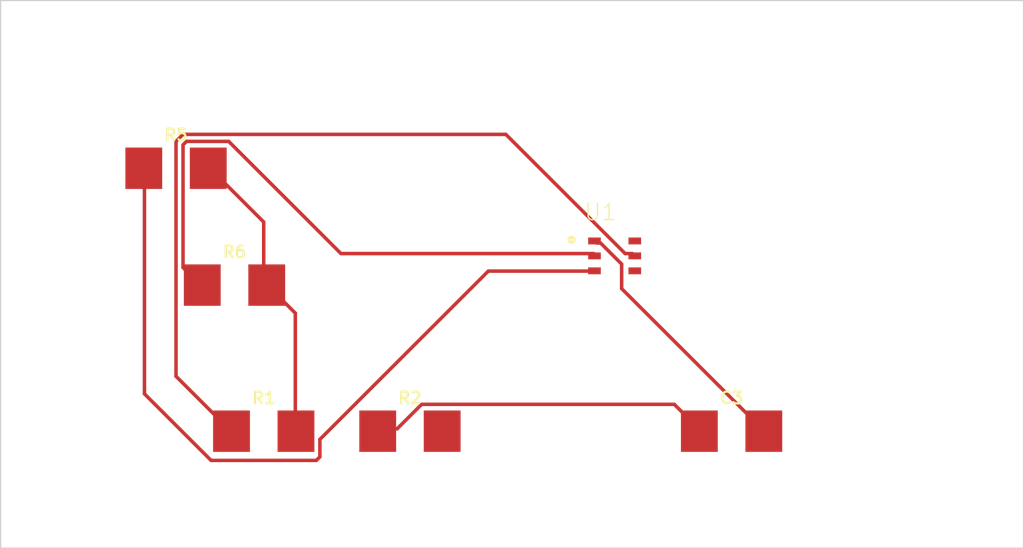
<source format=kicad_pcb>
(kicad_pcb (version 20240108) (generator "pcbnew") (generator_version "8.0")
  (layers (0 "F.Cu" signal) (31 "B.Cu" signal) (34 "B.Paste" user) (35 "F.Paste" user) (36 "B.SilkS" user "B.Silkscreen") (37 "F.SilkS" user "F.Silkscreen") (38 "B.Mask" user) (39 "F.Mask" user) (44 "Edge.Cuts" user))
  (net 0 "")
  (net 1 "GND")
  (net 2 "GPIO_INTERRUPT")
  (net 3 "I2C_DATA_SDA")
  (net 4 "VCC")
  (net 5 "VDD")
  (net 6 "I2C_RELOJ_SCL")
  (net 7 "N$2")
  (net 8 "N$1")
  (footprint "VEML6030:1206" (layer "F.Cu") (at 133.9061 100.3936)
    (property "Reference" "R5" (at 0 -1.143 0) (layer "F.SilkS") (effects (font (size 0.512064 0.512064) (thickness 0.097536)) (justify bottom)))
    (property "Value" "10k")
    (pad "1" smd rect (at -1.4 0) (size 1.6 1.8) (layers "F.Cu" "F.Paste" "F.Mask") (net 2 "GPIO_INTERRUPT"))
    (pad "2" smd rect (at 1.4 0) (size 1.6 1.8) (layers "F.Cu" "F.Paste" "F.Mask") (net 4 "VCC"))
  )
  (footprint "VEML6030:1206" (layer "F.Cu") (at 136.4461 105.4736)
    (property "Reference" "R6" (at 0 -1.143 0) (layer "F.SilkS") (effects (font (size 0.512064 0.512064) (thickness 0.097536)) (justify bottom)))
    (property "Value" "2.2k")
    (pad "1" smd rect (at -1.4 0) (size 1.6 1.8) (layers "F.Cu" "F.Paste" "F.Mask") (net 3 "I2C_DATA_SDA"))
    (pad "2" smd rect (at 1.4 0) (size 1.6 1.8) (layers "F.Cu" "F.Paste" "F.Mask") (net 4 "VCC"))
  )
  (footprint "VEML6030:1206" (layer "F.Cu") (at 144.0661 111.8236)
    (property "Reference" "R2" (at 0 -1.143 0) (layer "F.SilkS") (effects (font (size 0.512064 0.512064) (thickness 0.097536)) (justify bottom)))
    (property "Value" "10R")
    (pad "1" smd rect (at -1.4 0) (size 1.6 1.8) (layers "F.Cu" "F.Paste" "F.Mask") (net 5 "VDD"))
    (pad "2" smd rect (at 1.4 0) (size 1.6 1.8) (layers "F.Cu" "F.Paste" "F.Mask") (net 8 "N$1"))
  )
  (footprint "VEML6030:VISHAY_VEML6030_2X2X0.87" (layer "F.Cu") (at 152.9561 104.2036)
    (property "Reference" "U1" (at -1.355619 -1.488881 0) (layer "F.SilkS") (effects (font (size 0.707283 0.707283) (thickness 0.056192)) (justify left bottom)))
    (property "Value" "VEML6030")
    (fp_circle (center -1.87 -0.699) (end -1.82 -0.699) (stroke (width 0.127)) (fill none) (layer "F.SilkS"))
    (pad "1" smd rect (at -0.875 -0.65) (size 0.55 0.3) (layers "F.Cu" "F.Paste" "F.Mask") (net 1 "GND"))
    (pad "2" smd rect (at -0.875 0) (size 0.55 0.3) (layers "F.Cu" "F.Paste" "F.Mask") (net 3 "I2C_DATA_SDA"))
    (pad "3" smd rect (at -0.875 0.65) (size 0.55 0.3) (layers "F.Cu" "F.Paste" "F.Mask") (net 2 "GPIO_INTERRUPT"))
    (pad "4" smd rect (at 0.875 0.65) (size 0.55 0.3) (layers "F.Cu" "F.Paste" "F.Mask"))
    (pad "5" smd rect (at 0.875 0) (size 0.55 0.3) (layers "F.Cu" "F.Paste" "F.Mask") (net 6 "I2C_RELOJ_SCL"))
    (pad "6" smd rect (at 0.875 -0.65) (size 0.55 0.3) (layers "F.Cu" "F.Paste" "F.Mask") (net 7 "N$2"))
  )
  (footprint "VEML6030:1206" (layer "F.Cu") (at 158.0361 111.8236)
    (property "Reference" "C3" (at 0 -1.143 0) (layer "F.SilkS") (effects (font (size 0.512064 0.512064) (thickness 0.097536)) (justify bottom)))
    (property "Value" "")
    (pad "1" smd rect (at -1.4 0) (size 1.6 1.8) (layers "F.Cu" "F.Paste" "F.Mask") (net 5 "VDD"))
    (pad "2" smd rect (at 1.4 0) (size 1.6 1.8) (layers "F.Cu" "F.Paste" "F.Mask") (net 1 "GND"))
  )
  (footprint "VEML6030:1206" (layer "F.Cu") (at 137.7161 111.8236)
    (property "Reference" "R1" (at 0 -1.143 0) (layer "F.SilkS") (effects (font (size 0.512064 0.512064) (thickness 0.097536)) (justify bottom)))
    (property "Value" "2.2k")
    (pad "1" smd rect (at -1.4 0) (size 1.6 1.8) (layers "F.Cu" "F.Paste" "F.Mask") (net 6 "I2C_RELOJ_SCL"))
    (pad "2" smd rect (at 1.4 0) (size 1.6 1.8) (layers "F.Cu" "F.Paste" "F.Mask") (net 4 "VCC"))
  )
  (gr_line (start 170.7161 116.9036) (end 170.7161 93.1036) (stroke (width 0.05)) (layer "Edge.Cuts"))
  (gr_line (start 126.2861 93.1036) (end 126.2861 116.9036) (stroke (width 0.05)) (layer "Edge.Cuts"))
  (gr_line (start 126.2861 116.9036) (end 170.7161 116.9036) (stroke (width 0.05)) (layer "Edge.Cuts"))
  (gr_line (start 170.7161 93.1036) (end 126.2861 93.1036) (stroke (width 0.05)) (layer "Edge.Cuts"))
  (segment (start 159.3569 111.722) (end 153.2609 105.626) (width 0.1524) (layer "F.Cu") (net 1))
  (segment (start 159.3569 111.722) (end 159.4361 111.8236) (width 0.1524) (layer "F.Cu") (net 1))
  (segment (start 153.2609 105.626) (end 153.2609 104.5592) (width 0.1524) (layer "F.Cu") (net 1))
  (segment (start 153.2609 104.5592) (end 152.3465 103.6448) (width 0.1524) (layer "F.Cu") (net 1))
  (segment (start 152.1941 103.6448) (end 152.0811 103.5536) (width 0.1524) (layer "F.Cu") (net 1))
  (segment (start 152.3465 103.6448) (end 152.1941 103.6448) (width 0.1524) (layer "F.Cu") (net 1))
  (segment (start 135.4301 113.0936) (end 140.0021 113.0936) (width 0.1524) (layer "F.Cu") (net 2))
  (segment (start 132.5345 100.4444) (end 132.5061 100.3936) (width 0.1524) (layer "F.Cu") (net 2))
  (segment (start 132.5345 110.198) (end 135.4301 113.0936) (width 0.1524) (layer "F.Cu") (net 2))
  (segment (start 147.4697 104.864) (end 152.0417 104.864) (width 0.1524) (layer "F.Cu") (net 2))
  (segment (start 140.0021 113.0936) (end 140.1545 112.9412) (width 0.1524) (layer "F.Cu") (net 2))
  (segment (start 152.0417 104.864) (end 152.0811 104.8536) (width 0.1524) (layer "F.Cu") (net 2))
  (segment (start 132.5345 100.4444) (end 132.5345 110.198) (width 0.1524) (layer "F.Cu") (net 2))
  (segment (start 140.1545 112.1792) (end 147.4697 104.864) (width 0.1524) (layer "F.Cu") (net 2))
  (segment (start 140.1545 112.9412) (end 140.1545 112.1792) (width 0.1524) (layer "F.Cu") (net 2))
  (segment (start 134.9729 105.4736) (end 134.2109 104.7116) (width 0.1524) (layer "F.Cu") (net 3))
  (segment (start 134.2109 104.7116) (end 134.2109 99.3776) (width 0.1524) (layer "F.Cu") (net 3))
  (segment (start 141.0689 104.102) (end 152.0417 104.102) (width 0.1524) (layer "F.Cu") (net 3))
  (segment (start 134.9729 105.4736) (end 135.0461 105.4736) (width 0.1524) (layer "F.Cu") (net 3))
  (segment (start 136.1921 99.2252) (end 141.0689 104.102) (width 0.1524) (layer "F.Cu") (net 3))
  (segment (start 134.3633 99.2252) (end 136.1921 99.2252) (width 0.1524) (layer "F.Cu") (net 3))
  (segment (start 152.0417 104.102) (end 152.0811 104.2036) (width 0.1524) (layer "F.Cu") (net 3))
  (segment (start 134.2109 99.3776) (end 134.3633 99.2252) (width 0.1524) (layer "F.Cu") (net 3))
  (segment (start 137.8685 105.4736) (end 137.8461 105.4736) (width 0.1524) (layer "F.Cu") (net 4))
  (segment (start 137.7161 105.4736) (end 137.8461 105.4736) (width 0.1524) (layer "F.Cu") (net 4))
  (segment (start 139.0877 106.6928) (end 139.0877 111.722) (width 0.1524) (layer "F.Cu") (net 4))
  (segment (start 135.4301 100.4444) (end 137.7161 102.7304) (width 0.1524) (layer "F.Cu") (net 4))
  (segment (start 137.7161 102.7304) (end 137.7161 105.4736) (width 0.1524) (layer "F.Cu") (net 4))
  (segment (start 135.4301 100.4444) (end 135.3061 100.3936) (width 0.1524) (layer "F.Cu") (net 4))
  (segment (start 139.0877 111.722) (end 139.1161 111.8236) (width 0.1524) (layer "F.Cu") (net 4))
  (segment (start 137.8685 105.4736) (end 139.0877 106.6928) (width 0.1524) (layer "F.Cu") (net 4))
  (segment (start 156.6137 111.722) (end 156.6361 111.8236) (width 0.1524) (layer "F.Cu") (net 5))
  (segment (start 155.5469 110.6552) (end 144.5741 110.6552) (width 0.1524) (layer "F.Cu") (net 5))
  (segment (start 143.5073 111.722) (end 142.7453 111.722) (width 0.1524) (layer "F.Cu") (net 5))
  (segment (start 156.6137 111.722) (end 155.5469 110.6552) (width 0.1524) (layer "F.Cu") (net 5))
  (segment (start 144.5741 110.6552) (end 143.5073 111.722) (width 0.1524) (layer "F.Cu") (net 5))
  (segment (start 142.7453 111.722) (end 142.6661 111.8236) (width 0.1524) (layer "F.Cu") (net 5))
  (segment (start 133.9061 99.2252) (end 134.2109 98.9204) (width 0.1524) (layer "F.Cu") (net 6))
  (segment (start 153.4133 104.102) (end 153.7181 104.102) (width 0.1524) (layer "F.Cu") (net 6))
  (segment (start 148.2317 98.9204) (end 153.4133 104.102) (width 0.1524) (layer "F.Cu") (net 6))
  (segment (start 134.2109 98.9204) (end 148.2317 98.9204) (width 0.1524) (layer "F.Cu") (net 6))
  (segment (start 136.1921 111.722) (end 136.3161 111.8236) (width 0.1524) (layer "F.Cu") (net 6))
  (segment (start 133.9061 109.436) (end 133.9061 99.2252) (width 0.1524) (layer "F.Cu") (net 6))
  (segment (start 153.7181 104.102) (end 153.8311 104.2036) (width 0.1524) (layer "F.Cu") (net 6))
  (segment (start 136.1921 111.722) (end 133.9061 109.436) (width 0.1524) (layer "F.Cu") (net 6))
)
</source>
